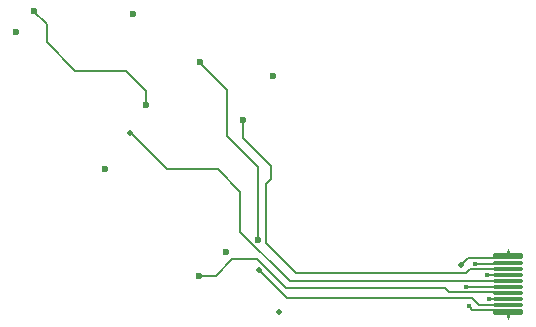
<source format=gbr>
%TF.GenerationSoftware,KiCad,Pcbnew,9.0.2*%
%TF.CreationDate,2025-07-03T16:06:06-04:00*%
%TF.ProjectId,SteamDeck_Action_Buttons_Replacement_Pad,53746561-6d44-4656-936b-5f416374696f,rev?*%
%TF.SameCoordinates,Original*%
%TF.FileFunction,Copper,L2,Bot*%
%TF.FilePolarity,Positive*%
%FSLAX46Y46*%
G04 Gerber Fmt 4.6, Leading zero omitted, Abs format (unit mm)*
G04 Created by KiCad (PCBNEW 9.0.2) date 2025-07-03 16:06:06*
%MOMM*%
%LPD*%
G01*
G04 APERTURE LIST*
G04 Aperture macros list*
%AMRoundRect*
0 Rectangle with rounded corners*
0 $1 Rounding radius*
0 $2 $3 $4 $5 $6 $7 $8 $9 X,Y pos of 4 corners*
0 Add a 4 corners polygon primitive as box body*
4,1,4,$2,$3,$4,$5,$6,$7,$8,$9,$2,$3,0*
0 Add four circle primitives for the rounded corners*
1,1,$1+$1,$2,$3*
1,1,$1+$1,$4,$5*
1,1,$1+$1,$6,$7*
1,1,$1+$1,$8,$9*
0 Add four rect primitives between the rounded corners*
20,1,$1+$1,$2,$3,$4,$5,0*
20,1,$1+$1,$4,$5,$6,$7,0*
20,1,$1+$1,$6,$7,$8,$9,0*
20,1,$1+$1,$8,$9,$2,$3,0*%
G04 Aperture macros list end*
%TA.AperFunction,Conductor*%
%ADD10C,0.010000*%
%TD*%
%TA.AperFunction,ConnectorPad*%
%ADD11RoundRect,0.075000X1.175000X0.075000X-1.175000X0.075000X-1.175000X-0.075000X1.175000X-0.075000X0*%
%TD*%
%TA.AperFunction,ConnectorPad*%
%ADD12RoundRect,0.125000X1.125000X0.125000X-1.125000X0.125000X-1.125000X-0.125000X1.125000X-0.125000X0*%
%TD*%
%TA.AperFunction,ViaPad*%
%ADD13C,0.500000*%
%TD*%
%TA.AperFunction,ViaPad*%
%ADD14C,0.600000*%
%TD*%
%TA.AperFunction,ViaPad*%
%ADD15C,0.400000*%
%TD*%
%TA.AperFunction,Conductor*%
%ADD16C,0.150000*%
%TD*%
G04 APERTURE END LIST*
D10*
%TO.N,Y-Button*%
X177470000Y-90900000D02*
X177281890Y-90900000D01*
X177371890Y-90514446D01*
X177470000Y-90900000D01*
%TA.AperFunction,Conductor*%
G36*
X177470000Y-90900000D02*
G01*
X177281890Y-90900000D01*
X177371890Y-90514446D01*
X177470000Y-90900000D01*
G37*
%TD.AperFunction*%
%TO.N,GND*%
X177369606Y-96467339D02*
X177279606Y-96081785D01*
X177467716Y-96081785D01*
X177369606Y-96467339D01*
%TA.AperFunction,Conductor*%
G36*
X177369606Y-96467339D02*
G01*
X177279606Y-96081785D01*
X177467716Y-96081785D01*
X177369606Y-96467339D01*
G37*
%TD.AperFunction*%
%TD*%
D11*
%TO.P,,4*%
%TO.N,GND*%
X177400000Y-92750000D03*
%TD*%
D12*
%TO.P,REF\u002A\u002A,1*%
%TO.N,Y-Button*%
X177400000Y-91150000D03*
%TD*%
%TO.P,,10*%
%TO.N,GND*%
X177400000Y-95840000D03*
%TD*%
D11*
%TO.P,,7*%
%TO.N,A-Button*%
X177400000Y-94250000D03*
%TD*%
%TO.P,,3*%
%TO.N,B-Button*%
X177400000Y-92250000D03*
%TD*%
%TO.P,,5*%
%TO.N,X-Button*%
X177400000Y-93250000D03*
%TD*%
%TO.P,,2*%
%TO.N,GND*%
X177380000Y-91750000D03*
%TD*%
%TO.P,,8*%
%TO.N,GND*%
X177400000Y-94750000D03*
%TD*%
%TO.P,,6*%
%TO.N,GND*%
X177390000Y-93750000D03*
%TD*%
%TO.P,,9*%
%TO.N,Menu-Button*%
X177400000Y-95250000D03*
%TD*%
D13*
%TO.N,Y-Button*%
X173410000Y-91910000D03*
D14*
X156216587Y-89783413D03*
X151300000Y-74700000D03*
D15*
%TO.N,GND*%
X174040000Y-95380000D03*
D14*
X157500000Y-75900000D03*
D15*
X175580918Y-92729000D03*
X175730000Y-94760000D03*
D13*
X157970000Y-95870000D03*
D14*
X145600000Y-70600000D03*
D15*
X174540000Y-91781000D03*
D14*
X143280000Y-83780000D03*
X135730000Y-72170000D03*
D15*
X173810000Y-93725000D03*
D14*
X153500000Y-90800000D03*
%TO.N,B-Button*%
X154900000Y-79600000D03*
D13*
%TO.N,X-Button*%
X145390000Y-80670000D03*
D14*
%TO.N,A-Button*%
X151200000Y-92800000D03*
%TO.N,Menu-Button*%
X137200000Y-70400000D03*
X146740000Y-78350000D03*
D13*
X156263768Y-92266232D03*
%TD*%
D16*
%TO.N,Y-Button*%
X156216587Y-89783413D02*
X156216587Y-83616587D01*
X151300000Y-74800000D02*
X151300000Y-74700000D01*
X173410000Y-91910000D02*
X174014000Y-91306000D01*
X153600000Y-77100000D02*
X151300000Y-74800000D01*
X174014000Y-91306000D02*
X177260000Y-91306000D01*
X156216587Y-83616587D02*
X153600000Y-81000000D01*
X153600000Y-81000000D02*
X153600000Y-77100000D01*
%TO.N,GND*%
X175581918Y-92730000D02*
X177260000Y-92730000D01*
X174110000Y-95450000D02*
X174330000Y-95670000D01*
X174540000Y-91781000D02*
X177231000Y-91781000D01*
X173815000Y-93730000D02*
X177250000Y-93730000D01*
X177231000Y-91781000D02*
X177250000Y-91800000D01*
X177310000Y-94750000D02*
X175810000Y-94750000D01*
X177380000Y-95670000D02*
X177390000Y-95680000D01*
X174330000Y-95670000D02*
X177380000Y-95670000D01*
X174080000Y-95450000D02*
X174110000Y-95450000D01*
X173810000Y-93725000D02*
X173815000Y-93730000D01*
X175580918Y-92729000D02*
X175581918Y-92730000D01*
%TO.N,B-Button*%
X174339834Y-92254000D02*
X174107999Y-92254000D01*
X174107999Y-92254000D02*
X173761999Y-92600000D01*
X156841926Y-85058074D02*
X157300000Y-84600000D01*
X157300000Y-83500000D02*
X154900000Y-81100000D01*
X174342834Y-92257000D02*
X174339834Y-92254000D01*
X173761999Y-92600000D02*
X159380000Y-92600000D01*
X159380000Y-92600000D02*
X156841926Y-90061926D01*
X156841926Y-90061926D02*
X156841926Y-85058074D01*
X174737166Y-92257000D02*
X174342834Y-92257000D01*
X174740166Y-92254000D02*
X174737166Y-92257000D01*
X157300000Y-84600000D02*
X157300000Y-83500000D01*
X177290000Y-92250000D02*
X177286000Y-92254000D01*
X154900000Y-81100000D02*
X154900000Y-79600000D01*
X177286000Y-92254000D02*
X174740166Y-92254000D01*
%TO.N,X-Button*%
X158870000Y-93250000D02*
X154700000Y-89080000D01*
X154700000Y-89080000D02*
X154700000Y-85690000D01*
X152770000Y-83760000D02*
X148490000Y-83760000D01*
X145390000Y-80660000D02*
X145370000Y-80660000D01*
X177310000Y-93250000D02*
X158870000Y-93250000D01*
X154700000Y-85690000D02*
X152770000Y-83760000D01*
X148490000Y-83760000D02*
X145390000Y-80660000D01*
%TO.N,A-Button*%
X177219000Y-94201000D02*
X177220000Y-94200000D01*
X154000000Y-91400000D02*
X152600000Y-92800000D01*
X151200000Y-92800000D02*
X151100000Y-92800000D01*
X156141413Y-91400000D02*
X158591413Y-93850000D01*
X172361000Y-94201000D02*
X177219000Y-94201000D01*
X154062588Y-91400000D02*
X156141413Y-91400000D01*
X158591413Y-93850000D02*
X172010000Y-93850000D01*
X152600000Y-92800000D02*
X151200000Y-92800000D01*
X154062588Y-91400000D02*
X154000000Y-91400000D01*
X172010000Y-93850000D02*
X172361000Y-94201000D01*
%TO.N,Menu-Button*%
X174314000Y-94694000D02*
X174870000Y-95250000D01*
X156263768Y-92266232D02*
X156263768Y-92268768D01*
X140710000Y-75420000D02*
X138290000Y-73000000D01*
X138290000Y-73000000D02*
X138290000Y-71480000D01*
X146740000Y-77140000D02*
X145020000Y-75420000D01*
X145020000Y-75420000D02*
X140710000Y-75420000D01*
X158689000Y-94694000D02*
X174314000Y-94694000D01*
X156263768Y-92268768D02*
X158689000Y-94694000D01*
X146740000Y-78350000D02*
X146740000Y-77140000D01*
X138290000Y-71480000D02*
X137160000Y-70350000D01*
X174870000Y-95250000D02*
X177260000Y-95250000D01*
%TD*%
M02*

</source>
